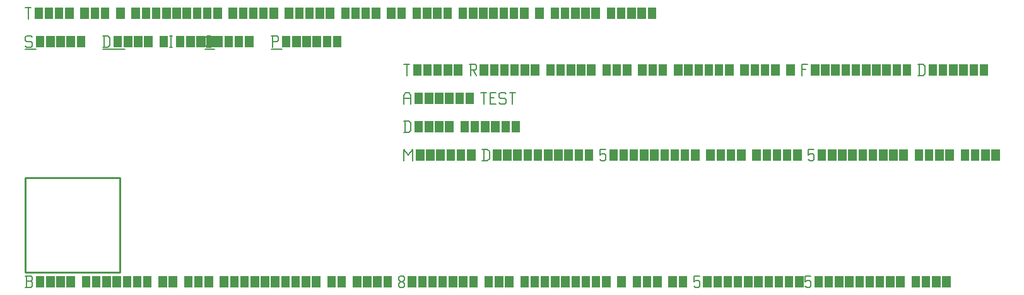
<source format=gbr>
G04 start of page 6 for group -1 layer_idx 16777221 *
G04 Title: Rotated round cap and square pads, <virtual group> *
G04 Creator: <version>
G04 CreationDate: <date>
G04 For: TEST *
G04 Format: Gerber/RS-274X *
G04 PCB-Dimensions: 50000 50000 *
G04 PCB-Coordinate-Origin: lower left *
%MOIN*%
%FSLAX25Y25*%
%LNFAB*%
%ADD21C,0.0100*%
%ADD20C,0.0001*%
%ADD19C,0.0060*%
G54D19*X3000Y125000D02*X3750Y124250D01*
X750Y125000D02*X3000D01*
X0Y124250D02*X750Y125000D01*
X0Y124250D02*Y122750D01*
X750Y122000D01*
X3000D01*
X3750Y121250D01*
Y119750D01*
X3000Y119000D02*X3750Y119750D01*
X750Y119000D02*X3000D01*
X0Y119750D02*X750Y119000D01*
G54D20*G36*
X5550Y125000D02*Y119000D01*
X10050D01*
Y125000D01*
X5550D01*
G37*
G36*
X10950D02*Y119000D01*
X15450D01*
Y125000D01*
X10950D01*
G37*
G36*
X16350D02*Y119000D01*
X20850D01*
Y125000D01*
X16350D01*
G37*
G36*
X21750D02*Y119000D01*
X26250D01*
Y125000D01*
X21750D01*
G37*
G36*
X27150D02*Y119000D01*
X31650D01*
Y125000D01*
X27150D01*
G37*
G54D19*X0Y118000D02*X5550D01*
X41750Y125000D02*Y119000D01*
X43700Y125000D02*X44750Y123950D01*
Y120050D01*
X43700Y119000D02*X44750Y120050D01*
X41000Y119000D02*X43700D01*
X41000Y125000D02*X43700D01*
G54D20*G36*
X46550D02*Y119000D01*
X51050D01*
Y125000D01*
X46550D01*
G37*
G36*
X51950D02*Y119000D01*
X56450D01*
Y125000D01*
X51950D01*
G37*
G36*
X57350D02*Y119000D01*
X61850D01*
Y125000D01*
X57350D01*
G37*
G36*
X62750D02*Y119000D01*
X67250D01*
Y125000D01*
X62750D01*
G37*
G36*
X70850D02*Y119000D01*
X75350D01*
Y125000D01*
X70850D01*
G37*
G54D19*X76250D02*X77750D01*
X77000D02*Y119000D01*
X76250D02*X77750D01*
G54D20*G36*
X79550Y125000D02*Y119000D01*
X84050D01*
Y125000D01*
X79550D01*
G37*
G36*
X84950D02*Y119000D01*
X89450D01*
Y125000D01*
X84950D01*
G37*
G36*
X90350D02*Y119000D01*
X94850D01*
Y125000D01*
X90350D01*
G37*
G36*
X95750D02*Y119000D01*
X100250D01*
Y125000D01*
X95750D01*
G37*
G54D19*X41000Y118000D02*X52550D01*
X96050Y119000D02*X98000D01*
X95000Y120050D02*X96050Y119000D01*
X95000Y123950D02*Y120050D01*
Y123950D02*X96050Y125000D01*
X98000D01*
G54D20*G36*
X99800D02*Y119000D01*
X104300D01*
Y125000D01*
X99800D01*
G37*
G36*
X105200D02*Y119000D01*
X109700D01*
Y125000D01*
X105200D01*
G37*
G36*
X110600D02*Y119000D01*
X115100D01*
Y125000D01*
X110600D01*
G37*
G36*
X116000D02*Y119000D01*
X120500D01*
Y125000D01*
X116000D01*
G37*
G54D19*X95000Y118000D02*X99800D01*
X130750Y125000D02*Y119000D01*
X130000Y125000D02*X133000D01*
X133750Y124250D01*
Y122750D01*
X133000Y122000D02*X133750Y122750D01*
X130750Y122000D02*X133000D01*
G54D20*G36*
X135550Y125000D02*Y119000D01*
X140050D01*
Y125000D01*
X135550D01*
G37*
G36*
X140950D02*Y119000D01*
X145450D01*
Y125000D01*
X140950D01*
G37*
G36*
X146350D02*Y119000D01*
X150850D01*
Y125000D01*
X146350D01*
G37*
G36*
X151750D02*Y119000D01*
X156250D01*
Y125000D01*
X151750D01*
G37*
G36*
X157150D02*Y119000D01*
X161650D01*
Y125000D01*
X157150D01*
G37*
G36*
X162550D02*Y119000D01*
X167050D01*
Y125000D01*
X162550D01*
G37*
G54D19*X130000Y118000D02*X135550D01*
X0Y140000D02*X3000D01*
X1500D02*Y134000D01*
G54D20*G36*
X4800Y140000D02*Y134000D01*
X9300D01*
Y140000D01*
X4800D01*
G37*
G36*
X10200D02*Y134000D01*
X14700D01*
Y140000D01*
X10200D01*
G37*
G36*
X15600D02*Y134000D01*
X20100D01*
Y140000D01*
X15600D01*
G37*
G36*
X21000D02*Y134000D01*
X25500D01*
Y140000D01*
X21000D01*
G37*
G36*
X29100D02*Y134000D01*
X33600D01*
Y140000D01*
X29100D01*
G37*
G36*
X34500D02*Y134000D01*
X39000D01*
Y140000D01*
X34500D01*
G37*
G36*
X39900D02*Y134000D01*
X44400D01*
Y140000D01*
X39900D01*
G37*
G36*
X48000D02*Y134000D01*
X52500D01*
Y140000D01*
X48000D01*
G37*
G36*
X56100D02*Y134000D01*
X60600D01*
Y140000D01*
X56100D01*
G37*
G36*
X61500D02*Y134000D01*
X66000D01*
Y140000D01*
X61500D01*
G37*
G36*
X66900D02*Y134000D01*
X71400D01*
Y140000D01*
X66900D01*
G37*
G36*
X72300D02*Y134000D01*
X76800D01*
Y140000D01*
X72300D01*
G37*
G36*
X77700D02*Y134000D01*
X82200D01*
Y140000D01*
X77700D01*
G37*
G36*
X83100D02*Y134000D01*
X87600D01*
Y140000D01*
X83100D01*
G37*
G36*
X88500D02*Y134000D01*
X93000D01*
Y140000D01*
X88500D01*
G37*
G36*
X93900D02*Y134000D01*
X98400D01*
Y140000D01*
X93900D01*
G37*
G36*
X99300D02*Y134000D01*
X103800D01*
Y140000D01*
X99300D01*
G37*
G36*
X107400D02*Y134000D01*
X111900D01*
Y140000D01*
X107400D01*
G37*
G36*
X112800D02*Y134000D01*
X117300D01*
Y140000D01*
X112800D01*
G37*
G36*
X118200D02*Y134000D01*
X122700D01*
Y140000D01*
X118200D01*
G37*
G36*
X123600D02*Y134000D01*
X128100D01*
Y140000D01*
X123600D01*
G37*
G36*
X129000D02*Y134000D01*
X133500D01*
Y140000D01*
X129000D01*
G37*
G36*
X137100D02*Y134000D01*
X141600D01*
Y140000D01*
X137100D01*
G37*
G36*
X142500D02*Y134000D01*
X147000D01*
Y140000D01*
X142500D01*
G37*
G36*
X147900D02*Y134000D01*
X152400D01*
Y140000D01*
X147900D01*
G37*
G36*
X153300D02*Y134000D01*
X157800D01*
Y140000D01*
X153300D01*
G37*
G36*
X158700D02*Y134000D01*
X163200D01*
Y140000D01*
X158700D01*
G37*
G36*
X166800D02*Y134000D01*
X171300D01*
Y140000D01*
X166800D01*
G37*
G36*
X172200D02*Y134000D01*
X176700D01*
Y140000D01*
X172200D01*
G37*
G36*
X177600D02*Y134000D01*
X182100D01*
Y140000D01*
X177600D01*
G37*
G36*
X183000D02*Y134000D01*
X187500D01*
Y140000D01*
X183000D01*
G37*
G36*
X191100D02*Y134000D01*
X195600D01*
Y140000D01*
X191100D01*
G37*
G36*
X196500D02*Y134000D01*
X201000D01*
Y140000D01*
X196500D01*
G37*
G36*
X204600D02*Y134000D01*
X209100D01*
Y140000D01*
X204600D01*
G37*
G36*
X210000D02*Y134000D01*
X214500D01*
Y140000D01*
X210000D01*
G37*
G36*
X215400D02*Y134000D01*
X219900D01*
Y140000D01*
X215400D01*
G37*
G36*
X220800D02*Y134000D01*
X225300D01*
Y140000D01*
X220800D01*
G37*
G36*
X228900D02*Y134000D01*
X233400D01*
Y140000D01*
X228900D01*
G37*
G36*
X234300D02*Y134000D01*
X238800D01*
Y140000D01*
X234300D01*
G37*
G36*
X239700D02*Y134000D01*
X244200D01*
Y140000D01*
X239700D01*
G37*
G36*
X245100D02*Y134000D01*
X249600D01*
Y140000D01*
X245100D01*
G37*
G36*
X250500D02*Y134000D01*
X255000D01*
Y140000D01*
X250500D01*
G37*
G36*
X255900D02*Y134000D01*
X260400D01*
Y140000D01*
X255900D01*
G37*
G36*
X261300D02*Y134000D01*
X265800D01*
Y140000D01*
X261300D01*
G37*
G36*
X269400D02*Y134000D01*
X273900D01*
Y140000D01*
X269400D01*
G37*
G36*
X277500D02*Y134000D01*
X282000D01*
Y140000D01*
X277500D01*
G37*
G36*
X282900D02*Y134000D01*
X287400D01*
Y140000D01*
X282900D01*
G37*
G36*
X288300D02*Y134000D01*
X292800D01*
Y140000D01*
X288300D01*
G37*
G36*
X293700D02*Y134000D01*
X298200D01*
Y140000D01*
X293700D01*
G37*
G36*
X299100D02*Y134000D01*
X303600D01*
Y140000D01*
X299100D01*
G37*
G36*
X307200D02*Y134000D01*
X311700D01*
Y140000D01*
X307200D01*
G37*
G36*
X312600D02*Y134000D01*
X317100D01*
Y140000D01*
X312600D01*
G37*
G36*
X318000D02*Y134000D01*
X322500D01*
Y140000D01*
X318000D01*
G37*
G36*
X323400D02*Y134000D01*
X327900D01*
Y140000D01*
X323400D01*
G37*
G36*
X328800D02*Y134000D01*
X333300D01*
Y140000D01*
X328800D01*
G37*
G54D21*X0Y50000D02*X50000D01*
X0D02*Y0D01*
X50000Y50000D02*Y0D01*
X0D02*X50000D01*
G54D19*X200000Y65000D02*Y59000D01*
Y65000D02*X202250Y62000D01*
X204500Y65000D01*
Y59000D01*
G54D20*G36*
X206300Y65000D02*Y59000D01*
X210800D01*
Y65000D01*
X206300D01*
G37*
G36*
X211700D02*Y59000D01*
X216200D01*
Y65000D01*
X211700D01*
G37*
G36*
X217100D02*Y59000D01*
X221600D01*
Y65000D01*
X217100D01*
G37*
G36*
X222500D02*Y59000D01*
X227000D01*
Y65000D01*
X222500D01*
G37*
G36*
X227900D02*Y59000D01*
X232400D01*
Y65000D01*
X227900D01*
G37*
G36*
X233300D02*Y59000D01*
X237800D01*
Y65000D01*
X233300D01*
G37*
G54D19*X242150D02*Y59000D01*
X244100Y65000D02*X245150Y63950D01*
Y60050D01*
X244100Y59000D02*X245150Y60050D01*
X241400Y59000D02*X244100D01*
X241400Y65000D02*X244100D01*
G54D20*G36*
X246950D02*Y59000D01*
X251450D01*
Y65000D01*
X246950D01*
G37*
G36*
X252350D02*Y59000D01*
X256850D01*
Y65000D01*
X252350D01*
G37*
G36*
X257750D02*Y59000D01*
X262250D01*
Y65000D01*
X257750D01*
G37*
G36*
X263150D02*Y59000D01*
X267650D01*
Y65000D01*
X263150D01*
G37*
G36*
X268550D02*Y59000D01*
X273050D01*
Y65000D01*
X268550D01*
G37*
G36*
X273950D02*Y59000D01*
X278450D01*
Y65000D01*
X273950D01*
G37*
G36*
X279350D02*Y59000D01*
X283850D01*
Y65000D01*
X279350D01*
G37*
G36*
X284750D02*Y59000D01*
X289250D01*
Y65000D01*
X284750D01*
G37*
G36*
X290150D02*Y59000D01*
X294650D01*
Y65000D01*
X290150D01*
G37*
G36*
X295550D02*Y59000D01*
X300050D01*
Y65000D01*
X295550D01*
G37*
G54D19*X303650D02*X306650D01*
X303650D02*Y62000D01*
X304400Y62750D01*
X305900D01*
X306650Y62000D01*
Y59750D01*
X305900Y59000D02*X306650Y59750D01*
X304400Y59000D02*X305900D01*
X303650Y59750D02*X304400Y59000D01*
G54D20*G36*
X308450Y65000D02*Y59000D01*
X312950D01*
Y65000D01*
X308450D01*
G37*
G36*
X313850D02*Y59000D01*
X318350D01*
Y65000D01*
X313850D01*
G37*
G36*
X319250D02*Y59000D01*
X323750D01*
Y65000D01*
X319250D01*
G37*
G36*
X324650D02*Y59000D01*
X329150D01*
Y65000D01*
X324650D01*
G37*
G36*
X330050D02*Y59000D01*
X334550D01*
Y65000D01*
X330050D01*
G37*
G36*
X335450D02*Y59000D01*
X339950D01*
Y65000D01*
X335450D01*
G37*
G36*
X340850D02*Y59000D01*
X345350D01*
Y65000D01*
X340850D01*
G37*
G36*
X346250D02*Y59000D01*
X350750D01*
Y65000D01*
X346250D01*
G37*
G36*
X351650D02*Y59000D01*
X356150D01*
Y65000D01*
X351650D01*
G37*
G36*
X359750D02*Y59000D01*
X364250D01*
Y65000D01*
X359750D01*
G37*
G36*
X365150D02*Y59000D01*
X369650D01*
Y65000D01*
X365150D01*
G37*
G36*
X370550D02*Y59000D01*
X375050D01*
Y65000D01*
X370550D01*
G37*
G36*
X375950D02*Y59000D01*
X380450D01*
Y65000D01*
X375950D01*
G37*
G36*
X384050D02*Y59000D01*
X388550D01*
Y65000D01*
X384050D01*
G37*
G36*
X389450D02*Y59000D01*
X393950D01*
Y65000D01*
X389450D01*
G37*
G36*
X394850D02*Y59000D01*
X399350D01*
Y65000D01*
X394850D01*
G37*
G36*
X400250D02*Y59000D01*
X404750D01*
Y65000D01*
X400250D01*
G37*
G36*
X405650D02*Y59000D01*
X410150D01*
Y65000D01*
X405650D01*
G37*
G54D19*X413750D02*X416750D01*
X413750D02*Y62000D01*
X414500Y62750D01*
X416000D01*
X416750Y62000D01*
Y59750D01*
X416000Y59000D02*X416750Y59750D01*
X414500Y59000D02*X416000D01*
X413750Y59750D02*X414500Y59000D01*
G54D20*G36*
X418550Y65000D02*Y59000D01*
X423050D01*
Y65000D01*
X418550D01*
G37*
G36*
X423950D02*Y59000D01*
X428450D01*
Y65000D01*
X423950D01*
G37*
G36*
X429350D02*Y59000D01*
X433850D01*
Y65000D01*
X429350D01*
G37*
G36*
X434750D02*Y59000D01*
X439250D01*
Y65000D01*
X434750D01*
G37*
G36*
X440150D02*Y59000D01*
X444650D01*
Y65000D01*
X440150D01*
G37*
G36*
X445550D02*Y59000D01*
X450050D01*
Y65000D01*
X445550D01*
G37*
G36*
X450950D02*Y59000D01*
X455450D01*
Y65000D01*
X450950D01*
G37*
G36*
X456350D02*Y59000D01*
X460850D01*
Y65000D01*
X456350D01*
G37*
G36*
X461750D02*Y59000D01*
X466250D01*
Y65000D01*
X461750D01*
G37*
G36*
X469850D02*Y59000D01*
X474350D01*
Y65000D01*
X469850D01*
G37*
G36*
X475250D02*Y59000D01*
X479750D01*
Y65000D01*
X475250D01*
G37*
G36*
X480650D02*Y59000D01*
X485150D01*
Y65000D01*
X480650D01*
G37*
G36*
X486050D02*Y59000D01*
X490550D01*
Y65000D01*
X486050D01*
G37*
G36*
X494150D02*Y59000D01*
X498650D01*
Y65000D01*
X494150D01*
G37*
G36*
X499550D02*Y59000D01*
X504050D01*
Y65000D01*
X499550D01*
G37*
G36*
X504950D02*Y59000D01*
X509450D01*
Y65000D01*
X504950D01*
G37*
G36*
X510350D02*Y59000D01*
X514850D01*
Y65000D01*
X510350D01*
G37*
G54D19*X0Y-8000D02*X3000D01*
X3750Y-7250D01*
Y-5450D02*Y-7250D01*
X3000Y-4700D02*X3750Y-5450D01*
X750Y-4700D02*X3000D01*
X750Y-2000D02*Y-8000D01*
X0Y-2000D02*X3000D01*
X3750Y-2750D01*
Y-3950D01*
X3000Y-4700D02*X3750Y-3950D01*
G54D20*G36*
X5550Y-2000D02*Y-8000D01*
X10050D01*
Y-2000D01*
X5550D01*
G37*
G36*
X10950D02*Y-8000D01*
X15450D01*
Y-2000D01*
X10950D01*
G37*
G36*
X16350D02*Y-8000D01*
X20850D01*
Y-2000D01*
X16350D01*
G37*
G36*
X21750D02*Y-8000D01*
X26250D01*
Y-2000D01*
X21750D01*
G37*
G36*
X29850D02*Y-8000D01*
X34350D01*
Y-2000D01*
X29850D01*
G37*
G36*
X35250D02*Y-8000D01*
X39750D01*
Y-2000D01*
X35250D01*
G37*
G36*
X40650D02*Y-8000D01*
X45150D01*
Y-2000D01*
X40650D01*
G37*
G36*
X46050D02*Y-8000D01*
X50550D01*
Y-2000D01*
X46050D01*
G37*
G36*
X51450D02*Y-8000D01*
X55950D01*
Y-2000D01*
X51450D01*
G37*
G36*
X56850D02*Y-8000D01*
X61350D01*
Y-2000D01*
X56850D01*
G37*
G36*
X62250D02*Y-8000D01*
X66750D01*
Y-2000D01*
X62250D01*
G37*
G36*
X70350D02*Y-8000D01*
X74850D01*
Y-2000D01*
X70350D01*
G37*
G36*
X75750D02*Y-8000D01*
X80250D01*
Y-2000D01*
X75750D01*
G37*
G36*
X83850D02*Y-8000D01*
X88350D01*
Y-2000D01*
X83850D01*
G37*
G36*
X89250D02*Y-8000D01*
X93750D01*
Y-2000D01*
X89250D01*
G37*
G36*
X94650D02*Y-8000D01*
X99150D01*
Y-2000D01*
X94650D01*
G37*
G36*
X102750D02*Y-8000D01*
X107250D01*
Y-2000D01*
X102750D01*
G37*
G36*
X108150D02*Y-8000D01*
X112650D01*
Y-2000D01*
X108150D01*
G37*
G36*
X113550D02*Y-8000D01*
X118050D01*
Y-2000D01*
X113550D01*
G37*
G36*
X118950D02*Y-8000D01*
X123450D01*
Y-2000D01*
X118950D01*
G37*
G36*
X124350D02*Y-8000D01*
X128850D01*
Y-2000D01*
X124350D01*
G37*
G36*
X129750D02*Y-8000D01*
X134250D01*
Y-2000D01*
X129750D01*
G37*
G36*
X135150D02*Y-8000D01*
X139650D01*
Y-2000D01*
X135150D01*
G37*
G36*
X140550D02*Y-8000D01*
X145050D01*
Y-2000D01*
X140550D01*
G37*
G36*
X145950D02*Y-8000D01*
X150450D01*
Y-2000D01*
X145950D01*
G37*
G36*
X151350D02*Y-8000D01*
X155850D01*
Y-2000D01*
X151350D01*
G37*
G36*
X159450D02*Y-8000D01*
X163950D01*
Y-2000D01*
X159450D01*
G37*
G36*
X164850D02*Y-8000D01*
X169350D01*
Y-2000D01*
X164850D01*
G37*
G36*
X172950D02*Y-8000D01*
X177450D01*
Y-2000D01*
X172950D01*
G37*
G36*
X178350D02*Y-8000D01*
X182850D01*
Y-2000D01*
X178350D01*
G37*
G36*
X183750D02*Y-8000D01*
X188250D01*
Y-2000D01*
X183750D01*
G37*
G36*
X189150D02*Y-8000D01*
X193650D01*
Y-2000D01*
X189150D01*
G37*
G54D19*X197250Y-7250D02*X198000Y-8000D01*
X197250Y-6050D02*Y-7250D01*
Y-6050D02*X198300Y-5000D01*
X199200D01*
X200250Y-6050D01*
Y-7250D01*
X199500Y-8000D02*X200250Y-7250D01*
X198000Y-8000D02*X199500D01*
X197250Y-3950D02*X198300Y-5000D01*
X197250Y-2750D02*Y-3950D01*
Y-2750D02*X198000Y-2000D01*
X199500D01*
X200250Y-2750D01*
Y-3950D01*
X199200Y-5000D02*X200250Y-3950D01*
G54D20*G36*
X202050Y-2000D02*Y-8000D01*
X206550D01*
Y-2000D01*
X202050D01*
G37*
G36*
X207450D02*Y-8000D01*
X211950D01*
Y-2000D01*
X207450D01*
G37*
G36*
X212850D02*Y-8000D01*
X217350D01*
Y-2000D01*
X212850D01*
G37*
G36*
X218250D02*Y-8000D01*
X222750D01*
Y-2000D01*
X218250D01*
G37*
G36*
X223650D02*Y-8000D01*
X228150D01*
Y-2000D01*
X223650D01*
G37*
G36*
X229050D02*Y-8000D01*
X233550D01*
Y-2000D01*
X229050D01*
G37*
G36*
X234450D02*Y-8000D01*
X238950D01*
Y-2000D01*
X234450D01*
G37*
G36*
X242550D02*Y-8000D01*
X247050D01*
Y-2000D01*
X242550D01*
G37*
G36*
X247950D02*Y-8000D01*
X252450D01*
Y-2000D01*
X247950D01*
G37*
G36*
X253350D02*Y-8000D01*
X257850D01*
Y-2000D01*
X253350D01*
G37*
G36*
X261450D02*Y-8000D01*
X265950D01*
Y-2000D01*
X261450D01*
G37*
G36*
X266850D02*Y-8000D01*
X271350D01*
Y-2000D01*
X266850D01*
G37*
G36*
X272250D02*Y-8000D01*
X276750D01*
Y-2000D01*
X272250D01*
G37*
G36*
X277650D02*Y-8000D01*
X282150D01*
Y-2000D01*
X277650D01*
G37*
G36*
X283050D02*Y-8000D01*
X287550D01*
Y-2000D01*
X283050D01*
G37*
G36*
X288450D02*Y-8000D01*
X292950D01*
Y-2000D01*
X288450D01*
G37*
G36*
X293850D02*Y-8000D01*
X298350D01*
Y-2000D01*
X293850D01*
G37*
G36*
X299250D02*Y-8000D01*
X303750D01*
Y-2000D01*
X299250D01*
G37*
G36*
X304650D02*Y-8000D01*
X309150D01*
Y-2000D01*
X304650D01*
G37*
G36*
X312750D02*Y-8000D01*
X317250D01*
Y-2000D01*
X312750D01*
G37*
G36*
X320850D02*Y-8000D01*
X325350D01*
Y-2000D01*
X320850D01*
G37*
G36*
X326250D02*Y-8000D01*
X330750D01*
Y-2000D01*
X326250D01*
G37*
G36*
X331650D02*Y-8000D01*
X336150D01*
Y-2000D01*
X331650D01*
G37*
G36*
X339750D02*Y-8000D01*
X344250D01*
Y-2000D01*
X339750D01*
G37*
G36*
X345150D02*Y-8000D01*
X349650D01*
Y-2000D01*
X345150D01*
G37*
G54D19*X353250D02*X356250D01*
X353250D02*Y-5000D01*
X354000Y-4250D01*
X355500D01*
X356250Y-5000D01*
Y-7250D01*
X355500Y-8000D02*X356250Y-7250D01*
X354000Y-8000D02*X355500D01*
X353250Y-7250D02*X354000Y-8000D01*
G54D20*G36*
X358050Y-2000D02*Y-8000D01*
X362550D01*
Y-2000D01*
X358050D01*
G37*
G36*
X363450D02*Y-8000D01*
X367950D01*
Y-2000D01*
X363450D01*
G37*
G36*
X368850D02*Y-8000D01*
X373350D01*
Y-2000D01*
X368850D01*
G37*
G36*
X374250D02*Y-8000D01*
X378750D01*
Y-2000D01*
X374250D01*
G37*
G36*
X379650D02*Y-8000D01*
X384150D01*
Y-2000D01*
X379650D01*
G37*
G36*
X385050D02*Y-8000D01*
X389550D01*
Y-2000D01*
X385050D01*
G37*
G36*
X390450D02*Y-8000D01*
X394950D01*
Y-2000D01*
X390450D01*
G37*
G36*
X395850D02*Y-8000D01*
X400350D01*
Y-2000D01*
X395850D01*
G37*
G36*
X401250D02*Y-8000D01*
X405750D01*
Y-2000D01*
X401250D01*
G37*
G36*
X406650D02*Y-8000D01*
X411150D01*
Y-2000D01*
X406650D01*
G37*
G54D19*X412050D02*X415050D01*
X412050D02*Y-5000D01*
X412800Y-4250D01*
X414300D01*
X415050Y-5000D01*
Y-7250D01*
X414300Y-8000D02*X415050Y-7250D01*
X412800Y-8000D02*X414300D01*
X412050Y-7250D02*X412800Y-8000D01*
G54D20*G36*
X416850Y-2000D02*Y-8000D01*
X421350D01*
Y-2000D01*
X416850D01*
G37*
G36*
X422250D02*Y-8000D01*
X426750D01*
Y-2000D01*
X422250D01*
G37*
G36*
X427650D02*Y-8000D01*
X432150D01*
Y-2000D01*
X427650D01*
G37*
G36*
X433050D02*Y-8000D01*
X437550D01*
Y-2000D01*
X433050D01*
G37*
G36*
X438450D02*Y-8000D01*
X442950D01*
Y-2000D01*
X438450D01*
G37*
G36*
X443850D02*Y-8000D01*
X448350D01*
Y-2000D01*
X443850D01*
G37*
G36*
X449250D02*Y-8000D01*
X453750D01*
Y-2000D01*
X449250D01*
G37*
G36*
X454650D02*Y-8000D01*
X459150D01*
Y-2000D01*
X454650D01*
G37*
G36*
X460050D02*Y-8000D01*
X464550D01*
Y-2000D01*
X460050D01*
G37*
G36*
X468150D02*Y-8000D01*
X472650D01*
Y-2000D01*
X468150D01*
G37*
G36*
X473550D02*Y-8000D01*
X478050D01*
Y-2000D01*
X473550D01*
G37*
G36*
X478950D02*Y-8000D01*
X483450D01*
Y-2000D01*
X478950D01*
G37*
G36*
X484350D02*Y-8000D01*
X488850D01*
Y-2000D01*
X484350D01*
G37*
G54D19*X200750Y80000D02*Y74000D01*
X202700Y80000D02*X203750Y78950D01*
Y75050D01*
X202700Y74000D02*X203750Y75050D01*
X200000Y74000D02*X202700D01*
X200000Y80000D02*X202700D01*
G54D20*G36*
X205550D02*Y74000D01*
X210050D01*
Y80000D01*
X205550D01*
G37*
G36*
X210950D02*Y74000D01*
X215450D01*
Y80000D01*
X210950D01*
G37*
G36*
X216350D02*Y74000D01*
X220850D01*
Y80000D01*
X216350D01*
G37*
G36*
X221750D02*Y74000D01*
X226250D01*
Y80000D01*
X221750D01*
G37*
G36*
X229850D02*Y74000D01*
X234350D01*
Y80000D01*
X229850D01*
G37*
G36*
X235250D02*Y74000D01*
X239750D01*
Y80000D01*
X235250D01*
G37*
G36*
X240650D02*Y74000D01*
X245150D01*
Y80000D01*
X240650D01*
G37*
G36*
X246050D02*Y74000D01*
X250550D01*
Y80000D01*
X246050D01*
G37*
G36*
X251450D02*Y74000D01*
X255950D01*
Y80000D01*
X251450D01*
G37*
G36*
X256850D02*Y74000D01*
X261350D01*
Y80000D01*
X256850D01*
G37*
G54D19*X200000Y93500D02*Y89000D01*
Y93500D02*X201050Y95000D01*
X202700D01*
X203750Y93500D01*
Y89000D01*
X200000Y92000D02*X203750D01*
G54D20*G36*
X205550Y95000D02*Y89000D01*
X210050D01*
Y95000D01*
X205550D01*
G37*
G36*
X210950D02*Y89000D01*
X215450D01*
Y95000D01*
X210950D01*
G37*
G36*
X216350D02*Y89000D01*
X220850D01*
Y95000D01*
X216350D01*
G37*
G36*
X221750D02*Y89000D01*
X226250D01*
Y95000D01*
X221750D01*
G37*
G36*
X227150D02*Y89000D01*
X231650D01*
Y95000D01*
X227150D01*
G37*
G36*
X232550D02*Y89000D01*
X237050D01*
Y95000D01*
X232550D01*
G37*
G54D19*X240650D02*X243650D01*
X242150D02*Y89000D01*
X245450Y92300D02*X247700D01*
X245450Y89000D02*X248450D01*
X245450Y95000D02*Y89000D01*
Y95000D02*X248450D01*
X253250D02*X254000Y94250D01*
X251000Y95000D02*X253250D01*
X250250Y94250D02*X251000Y95000D01*
X250250Y94250D02*Y92750D01*
X251000Y92000D01*
X253250D01*
X254000Y91250D01*
Y89750D01*
X253250Y89000D02*X254000Y89750D01*
X251000Y89000D02*X253250D01*
X250250Y89750D02*X251000Y89000D01*
X255800Y95000D02*X258800D01*
X257300D02*Y89000D01*
X200000Y110000D02*X203000D01*
X201500D02*Y104000D01*
G54D20*G36*
X204800Y110000D02*Y104000D01*
X209300D01*
Y110000D01*
X204800D01*
G37*
G36*
X210200D02*Y104000D01*
X214700D01*
Y110000D01*
X210200D01*
G37*
G36*
X215600D02*Y104000D01*
X220100D01*
Y110000D01*
X215600D01*
G37*
G36*
X221000D02*Y104000D01*
X225500D01*
Y110000D01*
X221000D01*
G37*
G36*
X226400D02*Y104000D01*
X230900D01*
Y110000D01*
X226400D01*
G37*
G54D19*X234500D02*X237500D01*
X238250Y109250D01*
Y107750D01*
X237500Y107000D02*X238250Y107750D01*
X235250Y107000D02*X237500D01*
X235250Y110000D02*Y104000D01*
X236450Y107000D02*X238250Y104000D01*
G54D20*G36*
X240050Y110000D02*Y104000D01*
X244550D01*
Y110000D01*
X240050D01*
G37*
G36*
X245450D02*Y104000D01*
X249950D01*
Y110000D01*
X245450D01*
G37*
G36*
X250850D02*Y104000D01*
X255350D01*
Y110000D01*
X250850D01*
G37*
G36*
X256250D02*Y104000D01*
X260750D01*
Y110000D01*
X256250D01*
G37*
G36*
X261650D02*Y104000D01*
X266150D01*
Y110000D01*
X261650D01*
G37*
G36*
X267050D02*Y104000D01*
X271550D01*
Y110000D01*
X267050D01*
G37*
G36*
X275150D02*Y104000D01*
X279650D01*
Y110000D01*
X275150D01*
G37*
G36*
X280550D02*Y104000D01*
X285050D01*
Y110000D01*
X280550D01*
G37*
G36*
X285950D02*Y104000D01*
X290450D01*
Y110000D01*
X285950D01*
G37*
G36*
X291350D02*Y104000D01*
X295850D01*
Y110000D01*
X291350D01*
G37*
G36*
X296750D02*Y104000D01*
X301250D01*
Y110000D01*
X296750D01*
G37*
G36*
X304850D02*Y104000D01*
X309350D01*
Y110000D01*
X304850D01*
G37*
G36*
X310250D02*Y104000D01*
X314750D01*
Y110000D01*
X310250D01*
G37*
G36*
X315650D02*Y104000D01*
X320150D01*
Y110000D01*
X315650D01*
G37*
G36*
X323750D02*Y104000D01*
X328250D01*
Y110000D01*
X323750D01*
G37*
G36*
X329150D02*Y104000D01*
X333650D01*
Y110000D01*
X329150D01*
G37*
G36*
X334550D02*Y104000D01*
X339050D01*
Y110000D01*
X334550D01*
G37*
G36*
X342650D02*Y104000D01*
X347150D01*
Y110000D01*
X342650D01*
G37*
G36*
X348050D02*Y104000D01*
X352550D01*
Y110000D01*
X348050D01*
G37*
G36*
X353450D02*Y104000D01*
X357950D01*
Y110000D01*
X353450D01*
G37*
G36*
X358850D02*Y104000D01*
X363350D01*
Y110000D01*
X358850D01*
G37*
G36*
X364250D02*Y104000D01*
X368750D01*
Y110000D01*
X364250D01*
G37*
G36*
X369650D02*Y104000D01*
X374150D01*
Y110000D01*
X369650D01*
G37*
G36*
X377750D02*Y104000D01*
X382250D01*
Y110000D01*
X377750D01*
G37*
G36*
X383150D02*Y104000D01*
X387650D01*
Y110000D01*
X383150D01*
G37*
G36*
X388550D02*Y104000D01*
X393050D01*
Y110000D01*
X388550D01*
G37*
G36*
X393950D02*Y104000D01*
X398450D01*
Y110000D01*
X393950D01*
G37*
G36*
X402050D02*Y104000D01*
X406550D01*
Y110000D01*
X402050D01*
G37*
G54D19*X410150D02*Y104000D01*
Y110000D02*X413150D01*
X410150Y107300D02*X412400D01*
G54D20*G36*
X414950Y110000D02*Y104000D01*
X419450D01*
Y110000D01*
X414950D01*
G37*
G36*
X420350D02*Y104000D01*
X424850D01*
Y110000D01*
X420350D01*
G37*
G36*
X425750D02*Y104000D01*
X430250D01*
Y110000D01*
X425750D01*
G37*
G36*
X431150D02*Y104000D01*
X435650D01*
Y110000D01*
X431150D01*
G37*
G36*
X436550D02*Y104000D01*
X441050D01*
Y110000D01*
X436550D01*
G37*
G36*
X441950D02*Y104000D01*
X446450D01*
Y110000D01*
X441950D01*
G37*
G36*
X447350D02*Y104000D01*
X451850D01*
Y110000D01*
X447350D01*
G37*
G36*
X452750D02*Y104000D01*
X457250D01*
Y110000D01*
X452750D01*
G37*
G36*
X458150D02*Y104000D01*
X462650D01*
Y110000D01*
X458150D01*
G37*
G36*
X463550D02*Y104000D01*
X468050D01*
Y110000D01*
X463550D01*
G37*
G54D19*X472400D02*Y104000D01*
X474350Y110000D02*X475400Y108950D01*
Y105050D01*
X474350Y104000D02*X475400Y105050D01*
X471650Y104000D02*X474350D01*
X471650Y110000D02*X474350D01*
G54D20*G36*
X477200D02*Y104000D01*
X481700D01*
Y110000D01*
X477200D01*
G37*
G36*
X482600D02*Y104000D01*
X487100D01*
Y110000D01*
X482600D01*
G37*
G36*
X488000D02*Y104000D01*
X492500D01*
Y110000D01*
X488000D01*
G37*
G36*
X493400D02*Y104000D01*
X497900D01*
Y110000D01*
X493400D01*
G37*
G36*
X498800D02*Y104000D01*
X503300D01*
Y110000D01*
X498800D01*
G37*
G36*
X504200D02*Y104000D01*
X508700D01*
Y110000D01*
X504200D01*
G37*
M02*

</source>
